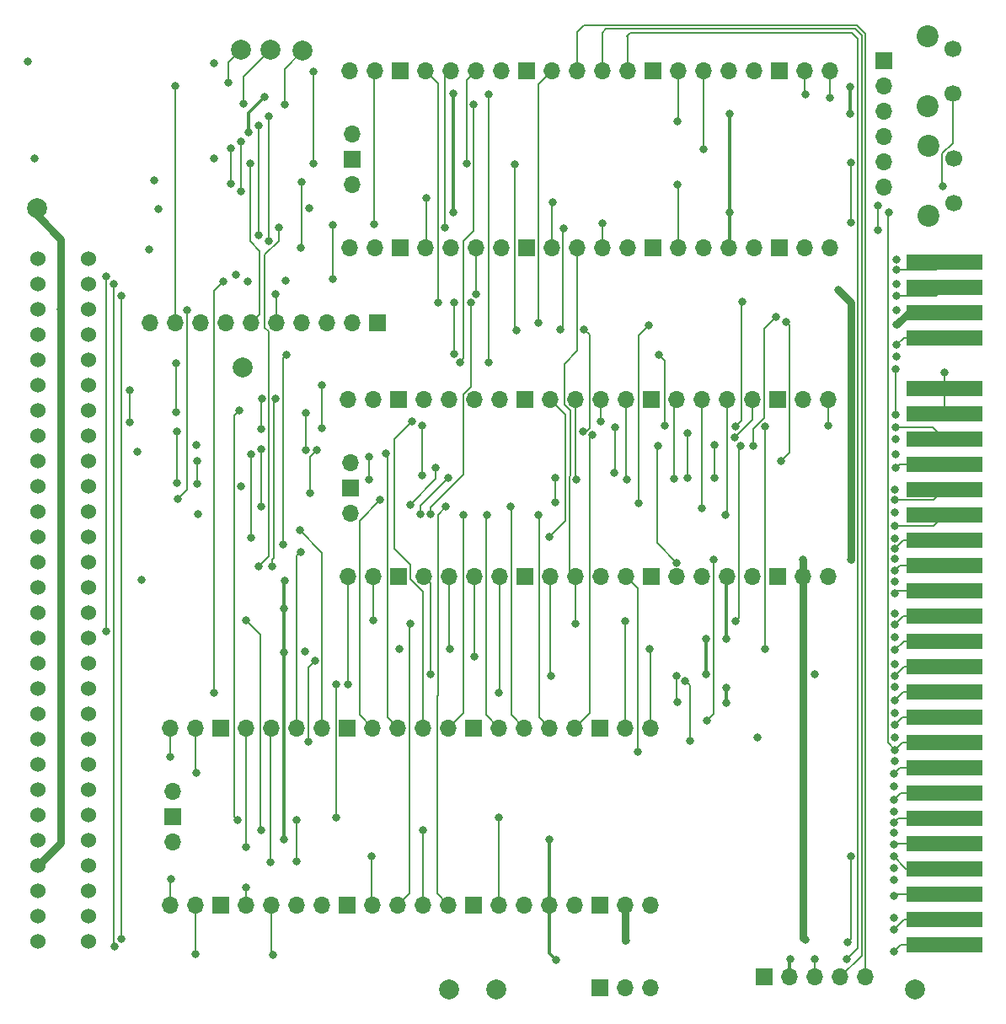
<source format=gbl>
G04 #@! TF.GenerationSoftware,KiCad,Pcbnew,6.0.11-2627ca5db0~126~ubuntu22.04.1*
G04 #@! TF.CreationDate,2023-06-25T15:32:06+01:00*
G04 #@! TF.ProjectId,srom,73726f6d-2e6b-4696-9361-645f70636258,v1.3 to v1.4*
G04 #@! TF.SameCoordinates,Original*
G04 #@! TF.FileFunction,Copper,L4,Bot*
G04 #@! TF.FilePolarity,Positive*
%FSLAX46Y46*%
G04 Gerber Fmt 4.6, Leading zero omitted, Abs format (unit mm)*
G04 Created by KiCad (PCBNEW 6.0.11-2627ca5db0~126~ubuntu22.04.1) date 2023-06-25 15:32:06*
%MOMM*%
%LPD*%
G01*
G04 APERTURE LIST*
G04 #@! TA.AperFunction,ComponentPad*
%ADD10C,2.200000*%
G04 #@! TD*
G04 #@! TA.AperFunction,ComponentPad*
%ADD11C,1.700000*%
G04 #@! TD*
G04 #@! TA.AperFunction,ComponentPad*
%ADD12C,2.000000*%
G04 #@! TD*
G04 #@! TA.AperFunction,SMDPad,CuDef*
%ADD13R,7.620000X1.524000*%
G04 #@! TD*
G04 #@! TA.AperFunction,ComponentPad*
%ADD14O,1.700000X1.700000*%
G04 #@! TD*
G04 #@! TA.AperFunction,ComponentPad*
%ADD15R,1.700000X1.700000*%
G04 #@! TD*
G04 #@! TA.AperFunction,ComponentPad*
%ADD16C,1.524000*%
G04 #@! TD*
G04 #@! TA.AperFunction,ViaPad*
%ADD17C,0.800000*%
G04 #@! TD*
G04 #@! TA.AperFunction,Conductor*
%ADD18C,0.200000*%
G04 #@! TD*
G04 #@! TA.AperFunction,Conductor*
%ADD19C,0.750000*%
G04 #@! TD*
G04 #@! TA.AperFunction,Conductor*
%ADD20C,0.300000*%
G04 #@! TD*
G04 APERTURE END LIST*
D10*
X139875000Y-83490000D03*
X139875000Y-90490000D03*
D11*
X142375000Y-84740000D03*
X142375000Y-89240000D03*
D12*
X138450000Y-168240000D03*
D10*
X139775000Y-72490000D03*
X139775000Y-79490000D03*
D11*
X142275000Y-73740000D03*
X142275000Y-78240000D03*
D12*
X76950000Y-73940000D03*
D13*
X141450000Y-95120000D03*
X141450000Y-97660000D03*
X141450000Y-100200000D03*
X141450000Y-102740000D03*
X141450000Y-107820000D03*
X141450000Y-110360000D03*
X141450000Y-112900000D03*
X141450000Y-115440000D03*
X141450000Y-117980000D03*
X141450000Y-120520000D03*
X141450000Y-123060000D03*
X141450000Y-125600000D03*
X141450000Y-128140000D03*
X141450000Y-130680000D03*
X141450000Y-133220000D03*
X141450000Y-135760000D03*
X141450000Y-138300000D03*
X141450000Y-140840000D03*
X141450000Y-143380000D03*
X141450000Y-145920000D03*
X141450000Y-148460000D03*
X141450000Y-151000000D03*
X141450000Y-153540000D03*
X141450000Y-156080000D03*
X141450000Y-158620000D03*
X141450000Y-161160000D03*
X141450000Y-163700000D03*
D12*
X50250000Y-89740000D03*
D14*
X129925000Y-75950000D03*
X127385000Y-75950000D03*
D15*
X124845000Y-75950000D03*
D14*
X122305000Y-75950000D03*
X119765000Y-75950000D03*
X117225000Y-75950000D03*
X114685000Y-75950000D03*
D15*
X112145000Y-75950000D03*
D14*
X109605000Y-75950000D03*
X107065000Y-75950000D03*
X104525000Y-75950000D03*
X101985000Y-75950000D03*
D15*
X99445000Y-75950000D03*
D14*
X96905000Y-75950000D03*
X94365000Y-75950000D03*
X91825000Y-75950000D03*
X89285000Y-75950000D03*
D15*
X86745000Y-75950000D03*
D14*
X84205000Y-75950000D03*
X81665000Y-75950000D03*
X81665000Y-93730000D03*
X84205000Y-93730000D03*
D15*
X86745000Y-93730000D03*
D14*
X89285000Y-93730000D03*
X91825000Y-93730000D03*
X94365000Y-93730000D03*
X96905000Y-93730000D03*
D15*
X99445000Y-93730000D03*
D14*
X101985000Y-93730000D03*
X104525000Y-93730000D03*
X107065000Y-93730000D03*
X109605000Y-93730000D03*
D15*
X112145000Y-93730000D03*
D14*
X114685000Y-93730000D03*
X117225000Y-93730000D03*
X119765000Y-93730000D03*
X122305000Y-93730000D03*
D15*
X124845000Y-93730000D03*
D14*
X127385000Y-93730000D03*
X129925000Y-93730000D03*
X81895000Y-82300000D03*
D15*
X81895000Y-84840000D03*
D14*
X81895000Y-87380000D03*
D12*
X96450000Y-168240000D03*
X91650000Y-168240000D03*
X70950000Y-105740000D03*
D15*
X123375000Y-166940000D03*
D14*
X125915000Y-166940000D03*
X128455000Y-166940000D03*
X130995000Y-166940000D03*
X133535000Y-166940000D03*
D15*
X84475000Y-101240000D03*
D14*
X81935000Y-101240000D03*
X79395000Y-101240000D03*
X76855000Y-101240000D03*
X74315000Y-101240000D03*
X71775000Y-101240000D03*
X69235000Y-101240000D03*
X66695000Y-101240000D03*
X64155000Y-101240000D03*
X61615000Y-101240000D03*
D12*
X70750000Y-73840000D03*
D14*
X129780000Y-108950000D03*
X127240000Y-108950000D03*
D15*
X124700000Y-108950000D03*
D14*
X122160000Y-108950000D03*
X119620000Y-108950000D03*
X117080000Y-108950000D03*
X114540000Y-108950000D03*
D15*
X112000000Y-108950000D03*
D14*
X109460000Y-108950000D03*
X106920000Y-108950000D03*
X104380000Y-108950000D03*
X101840000Y-108950000D03*
D15*
X99300000Y-108950000D03*
D14*
X96760000Y-108950000D03*
X94220000Y-108950000D03*
X91680000Y-108950000D03*
X89140000Y-108950000D03*
D15*
X86600000Y-108950000D03*
D14*
X84060000Y-108950000D03*
X81520000Y-108950000D03*
X81520000Y-126730000D03*
X84060000Y-126730000D03*
D15*
X86600000Y-126730000D03*
D14*
X89140000Y-126730000D03*
X91680000Y-126730000D03*
X94220000Y-126730000D03*
X96760000Y-126730000D03*
D15*
X99300000Y-126730000D03*
D14*
X101840000Y-126730000D03*
X104380000Y-126730000D03*
X106920000Y-126730000D03*
X109460000Y-126730000D03*
D15*
X112000000Y-126730000D03*
D14*
X114540000Y-126730000D03*
X117080000Y-126730000D03*
X119620000Y-126730000D03*
X122160000Y-126730000D03*
D15*
X124700000Y-126730000D03*
D14*
X127240000Y-126730000D03*
X129780000Y-126730000D03*
X81750000Y-115300000D03*
D15*
X81750000Y-117840000D03*
D14*
X81750000Y-120380000D03*
D15*
X106825000Y-168040000D03*
D14*
X109365000Y-168040000D03*
X111905000Y-168040000D03*
D15*
X135350000Y-74940000D03*
D14*
X135350000Y-77480000D03*
X135350000Y-80020000D03*
X135350000Y-82560000D03*
X135350000Y-85100000D03*
X135350000Y-87640000D03*
D12*
X73750000Y-73840000D03*
D16*
X50390000Y-105000000D03*
X55390000Y-105000000D03*
X55390000Y-94840000D03*
X55390000Y-97380000D03*
X55390000Y-99920000D03*
X55390000Y-102460000D03*
X55390000Y-107540000D03*
X55390000Y-110080000D03*
X55390000Y-112620000D03*
X55390000Y-115160000D03*
X55390000Y-117700000D03*
X55390000Y-120240000D03*
X55390000Y-122780000D03*
X55390000Y-125320000D03*
X55390000Y-127860000D03*
X55390000Y-130400000D03*
X55390000Y-132940000D03*
X55390000Y-135480000D03*
X55390000Y-138020000D03*
X55390000Y-140560000D03*
X55390000Y-143100000D03*
X55390000Y-145640000D03*
X55390000Y-148180000D03*
X55390000Y-150720000D03*
X55390000Y-153260000D03*
X55390000Y-155800000D03*
X55390000Y-158340000D03*
X55390000Y-160880000D03*
X55390000Y-163420000D03*
X50390000Y-94840000D03*
X50390000Y-97380000D03*
X50390000Y-99920000D03*
X50390000Y-102460000D03*
X50390000Y-107540000D03*
X50390000Y-110080000D03*
X50390000Y-112620000D03*
X50390000Y-115160000D03*
X50390000Y-117700000D03*
X50390000Y-120240000D03*
X50390000Y-122780000D03*
X50390000Y-125320000D03*
X50390000Y-127860000D03*
X50390000Y-130400000D03*
X50390000Y-132940000D03*
X50390000Y-135480000D03*
X50390000Y-138020000D03*
X50390000Y-140560000D03*
X50390000Y-143100000D03*
X50390000Y-145640000D03*
X50390000Y-148180000D03*
X50390000Y-150720000D03*
X50390000Y-153260000D03*
X50390000Y-155800000D03*
X50390000Y-158340000D03*
X50390000Y-160880000D03*
X50390000Y-163420000D03*
D14*
X111925000Y-141950000D03*
X109385000Y-141950000D03*
D15*
X106845000Y-141950000D03*
D14*
X104305000Y-141950000D03*
X101765000Y-141950000D03*
X99225000Y-141950000D03*
X96685000Y-141950000D03*
D15*
X94145000Y-141950000D03*
D14*
X91605000Y-141950000D03*
X89065000Y-141950000D03*
X86525000Y-141950000D03*
X83985000Y-141950000D03*
D15*
X81445000Y-141950000D03*
D14*
X78905000Y-141950000D03*
X76365000Y-141950000D03*
X73825000Y-141950000D03*
X71285000Y-141950000D03*
D15*
X68745000Y-141950000D03*
D14*
X66205000Y-141950000D03*
X63665000Y-141950000D03*
X63665000Y-159730000D03*
X66205000Y-159730000D03*
D15*
X68745000Y-159730000D03*
D14*
X71285000Y-159730000D03*
X73825000Y-159730000D03*
X76365000Y-159730000D03*
X78905000Y-159730000D03*
D15*
X81445000Y-159730000D03*
D14*
X83985000Y-159730000D03*
X86525000Y-159730000D03*
X89065000Y-159730000D03*
X91605000Y-159730000D03*
D15*
X94145000Y-159730000D03*
D14*
X96685000Y-159730000D03*
X99225000Y-159730000D03*
X101765000Y-159730000D03*
X104305000Y-159730000D03*
D15*
X106845000Y-159730000D03*
D14*
X109385000Y-159730000D03*
X111925000Y-159730000D03*
X63895000Y-148300000D03*
D15*
X63895000Y-150840000D03*
D14*
X63895000Y-153380000D03*
D17*
X50050000Y-84740000D03*
X86650000Y-134040000D03*
X62050000Y-86940000D03*
X122650000Y-142940000D03*
X61550000Y-93840000D03*
X68050000Y-75140000D03*
X49350000Y-75040000D03*
X60350000Y-114240000D03*
X77650000Y-89740000D03*
X77150000Y-134240000D03*
X136447569Y-128440000D03*
X68050000Y-84740000D03*
X66450000Y-120440000D03*
X62450000Y-89840000D03*
X60750000Y-127040000D03*
X128450000Y-136579500D03*
X141450000Y-106240000D03*
X75250000Y-97040000D03*
X52670000Y-99920000D03*
X52650000Y-92840000D03*
X136650000Y-101440000D03*
X132035500Y-125040000D03*
X109450000Y-163340000D03*
X127250000Y-125040000D03*
X127450000Y-163240000D03*
X130750000Y-97940000D03*
X85350000Y-114339500D03*
X136550000Y-115840000D03*
X136450000Y-119040000D03*
X84750000Y-119040000D03*
X136450000Y-121640000D03*
X76650000Y-122080500D03*
X76732000Y-124258000D03*
X136448069Y-123939501D03*
X101750000Y-122740000D03*
X73750000Y-155440000D03*
X136350000Y-153640000D03*
X71250000Y-153940000D03*
X136350000Y-151440000D03*
X66250000Y-146440000D03*
X136350000Y-149140000D03*
X63650000Y-144840000D03*
X136350000Y-146540000D03*
X136350000Y-157240000D03*
X63750000Y-157140000D03*
X136350000Y-162240000D03*
X66150000Y-164639500D03*
X136350000Y-161040000D03*
X71250000Y-157940000D03*
X136350000Y-164440000D03*
X73950000Y-164740000D03*
X58750000Y-98540000D03*
X58750000Y-163140000D03*
X136650000Y-98540000D03*
X58010000Y-97380000D03*
X58050000Y-163940000D03*
X136650000Y-97340000D03*
X64250000Y-105340000D03*
X136650000Y-104640000D03*
X64250000Y-110229500D03*
X59550000Y-111240000D03*
X59550000Y-108040000D03*
X136550000Y-110440000D03*
X136550000Y-105940000D03*
X136550000Y-112940000D03*
X66250000Y-113540000D03*
X72750000Y-119739500D03*
X136450000Y-120340000D03*
X72750000Y-113940000D03*
X71750000Y-114440500D03*
X71750000Y-122840000D03*
X136450000Y-122940000D03*
X136450000Y-118040000D03*
X70790000Y-117700000D03*
X66350000Y-117440000D03*
X136550000Y-114440000D03*
X66350000Y-115140000D03*
X136650000Y-99940000D03*
X64395850Y-118941897D03*
X65350000Y-99940000D03*
X87950000Y-111170500D03*
X106950000Y-111139500D03*
X93150000Y-120540500D03*
X109550000Y-117000500D03*
X95450000Y-120540500D03*
X114250000Y-116940000D03*
X117050000Y-119840000D03*
X97850000Y-119739500D03*
X119450000Y-120540000D03*
X100650000Y-120539500D03*
X120388896Y-112748451D03*
X106050000Y-112540500D03*
X120450000Y-131240000D03*
X120984053Y-113640500D03*
X109350000Y-131240000D03*
X123450000Y-111640000D03*
X111850000Y-134039500D03*
X123450000Y-134040000D03*
X129750000Y-111540000D03*
X74550000Y-91640500D03*
X72495000Y-125757500D03*
X136650000Y-95939503D03*
X71450000Y-97140500D03*
X70250000Y-96440000D03*
X136650000Y-94940000D03*
X136350000Y-152440000D03*
X83850000Y-154840000D03*
X78850000Y-107540000D03*
X112650000Y-113640500D03*
X114550000Y-125340000D03*
X78850000Y-111840000D03*
X96650000Y-138440000D03*
X68050000Y-138440000D03*
X136450000Y-137840000D03*
X68950000Y-97140000D03*
X57250000Y-96601500D03*
X57250000Y-132240000D03*
X136450000Y-132840000D03*
X100650000Y-101240000D03*
X77550000Y-143340000D03*
X78205500Y-135180500D03*
X135850000Y-90140000D03*
X136450000Y-144140000D03*
X80350000Y-137540000D03*
X96650000Y-150940000D03*
X80350000Y-150940000D03*
X131650000Y-165140000D03*
X128450000Y-165139500D03*
X114650000Y-81040000D03*
X117250000Y-83840000D03*
X124550000Y-100619500D03*
X122206849Y-113640500D03*
X83650000Y-117000500D03*
X125550000Y-101140000D03*
X124996340Y-115139500D03*
X83650000Y-114739500D03*
X121150000Y-99140000D03*
X77250000Y-114039500D03*
X118350000Y-113540000D03*
X77250000Y-110340000D03*
X118350000Y-116839500D03*
X115650000Y-116840000D03*
X115650000Y-112340000D03*
X120450000Y-111640000D03*
X112750000Y-104440000D03*
X90350000Y-115840000D03*
X108350000Y-111740000D03*
X108240653Y-116330653D03*
X77669633Y-118391934D03*
X78350000Y-114040000D03*
X87750000Y-119540000D03*
X113350000Y-111540000D03*
X102350000Y-119240000D03*
X110750000Y-119340000D03*
X111750000Y-101540000D03*
X88750000Y-120440000D03*
X102350000Y-116840000D03*
X91550000Y-116840500D03*
X105096876Y-112140878D03*
X105250000Y-101940000D03*
X88950000Y-111558000D03*
X88950000Y-116540000D03*
X93849500Y-99220500D03*
X89834364Y-120486072D03*
X92150000Y-104339500D03*
X75350000Y-104440000D03*
X92150000Y-99220500D03*
X74950000Y-123479500D03*
X71250000Y-131140000D03*
X72750000Y-152240000D03*
X89050000Y-152240000D03*
X84050000Y-131140000D03*
X104450000Y-117000500D03*
X91350000Y-119739500D03*
X93450000Y-85240000D03*
X98450000Y-102040000D03*
X98250000Y-85340000D03*
X136450000Y-135540000D03*
X94250000Y-134740000D03*
X136450000Y-140440000D03*
X114550000Y-136740000D03*
X114650000Y-139340000D03*
X101950000Y-136740000D03*
X102850000Y-101940000D03*
X91250000Y-91640000D03*
X103150000Y-91740000D03*
X90550000Y-99220500D03*
X79950000Y-96840000D03*
X74250000Y-98340000D03*
X79950000Y-91440000D03*
X84150000Y-91340000D03*
X78050000Y-76040000D03*
X78050000Y-85240000D03*
X71650000Y-85240000D03*
X94350000Y-98339500D03*
X115410474Y-137251889D03*
X115850000Y-143240000D03*
X81550000Y-137540000D03*
X89830500Y-136579500D03*
X91750000Y-134039500D03*
X117550000Y-141239500D03*
X118250000Y-125040000D03*
X110650000Y-144340000D03*
X136450000Y-145240000D03*
X107050000Y-91240000D03*
X132035500Y-91140000D03*
X132035500Y-85140000D03*
X102050000Y-89140000D03*
X136350000Y-154840000D03*
X131750000Y-163440000D03*
X76350000Y-155340000D03*
X76350000Y-151240000D03*
X70450000Y-151240000D03*
X132035500Y-154840000D03*
X70550000Y-110040000D03*
X134750000Y-91940000D03*
X104350000Y-131440000D03*
X141250000Y-87540000D03*
X87750000Y-131440000D03*
X134750000Y-89440000D03*
X74249500Y-108840000D03*
X125950000Y-165140000D03*
X102450000Y-165240000D03*
X73850000Y-125757500D03*
X64350000Y-112140000D03*
X72850000Y-108840000D03*
X75050000Y-153140000D03*
X75150000Y-127140000D03*
X72750000Y-111940000D03*
X64350000Y-117340000D03*
X75050000Y-129940000D03*
X101750000Y-153140000D03*
X75050000Y-134340000D03*
X117450000Y-136579500D03*
X119550000Y-137940000D03*
X119524244Y-139405500D03*
X119550000Y-133040000D03*
X117450000Y-133040000D03*
X71550000Y-82140000D03*
X73150000Y-78540500D03*
X92050000Y-90140000D03*
X131950000Y-80240000D03*
X92050000Y-78240000D03*
X119850000Y-80240000D03*
X119850000Y-90140000D03*
X131950000Y-77540000D03*
X76850000Y-87140000D03*
X69750000Y-83740000D03*
X76750000Y-93740000D03*
X69750000Y-87240000D03*
X73550000Y-80540000D03*
X73555378Y-93045378D03*
X70750000Y-88040000D03*
X70750000Y-83040000D03*
X89350000Y-88740000D03*
X72550000Y-81440000D03*
X72550000Y-92440000D03*
X127450000Y-78340000D03*
X95650000Y-105239500D03*
X95650000Y-78340000D03*
X71050500Y-79240000D03*
X94150000Y-79340000D03*
X92750000Y-105239500D03*
X75150000Y-79340000D03*
X129950000Y-78640000D03*
X69490000Y-77100000D03*
X64150000Y-77440000D03*
X114650000Y-87340000D03*
X136450000Y-124940000D03*
X136450000Y-127240000D03*
X136450000Y-130440000D03*
X136450000Y-142940000D03*
X136350000Y-147840000D03*
X136350000Y-150340000D03*
X136350000Y-156040000D03*
X136650000Y-103440000D03*
X136550000Y-111740000D03*
X136450000Y-126140000D03*
X136450000Y-131540000D03*
X136450000Y-134140000D03*
X136450000Y-136740000D03*
X136450000Y-139140000D03*
X136450000Y-141640000D03*
X136350000Y-158840000D03*
D18*
X141450000Y-110360000D02*
X141450000Y-107820000D01*
X141450000Y-128140000D02*
X136747569Y-128140000D01*
X136747569Y-128140000D02*
X136447569Y-128440000D01*
X141450000Y-107820000D02*
X141450000Y-106240000D01*
D19*
X50390000Y-155800000D02*
X52670000Y-153520000D01*
X50250000Y-90440000D02*
X50250000Y-89740000D01*
X52670000Y-99920000D02*
X52670000Y-92860000D01*
X137890000Y-100200000D02*
X141450000Y-100200000D01*
X52650000Y-92840000D02*
X50250000Y-90440000D01*
D18*
X52670000Y-92860000D02*
X52650000Y-92840000D01*
D19*
X136650000Y-101440000D02*
X137890000Y-100200000D01*
X52670000Y-153520000D02*
X52670000Y-99920000D01*
X127240000Y-163030000D02*
X127240000Y-126730000D01*
D18*
X109385000Y-163275000D02*
X109450000Y-163340000D01*
D19*
X127240000Y-126730000D02*
X127240000Y-125050000D01*
D20*
X127450000Y-163240000D02*
X127240000Y-163030000D01*
D18*
X127240000Y-125050000D02*
X127250000Y-125040000D01*
D19*
X132035500Y-125040000D02*
X132035500Y-99225500D01*
X109385000Y-159730000D02*
X109385000Y-163275000D01*
X132035500Y-99225500D02*
X130750000Y-97940000D01*
D18*
X136950000Y-115440000D02*
X141450000Y-115440000D01*
X85350000Y-114339500D02*
X85450000Y-114439500D01*
X136550000Y-115840000D02*
X136950000Y-115440000D01*
X85450000Y-140875000D02*
X86525000Y-141950000D01*
X85450000Y-114439500D02*
X85450000Y-140875000D01*
X83985000Y-141950000D02*
X82670000Y-140635000D01*
X136450000Y-119040000D02*
X140390000Y-119040000D01*
X82670000Y-121120000D02*
X84750000Y-119040000D01*
X140390000Y-119040000D02*
X141450000Y-117980000D01*
X82670000Y-140635000D02*
X82670000Y-121120000D01*
X76650000Y-122080500D02*
X78905000Y-124335500D01*
X140330000Y-121640000D02*
X141450000Y-120520000D01*
X78905000Y-124335500D02*
X78905000Y-141950000D01*
X136450000Y-121640000D02*
X140330000Y-121640000D01*
X103350000Y-110460000D02*
X101840000Y-108950000D01*
X103350000Y-121140000D02*
X103350000Y-110460000D01*
X136448069Y-123939501D02*
X137327570Y-123060000D01*
X76365000Y-141950000D02*
X76365000Y-124625000D01*
X137327570Y-123060000D02*
X141450000Y-123060000D01*
X76365000Y-124625000D02*
X76732000Y-124258000D01*
X101750000Y-122740000D02*
X103350000Y-121140000D01*
X136350000Y-153640000D02*
X136450000Y-153540000D01*
X136450000Y-153540000D02*
X141450000Y-153540000D01*
X73750000Y-155440000D02*
X73750000Y-142025000D01*
X71285000Y-141950000D02*
X71285000Y-153905000D01*
X71285000Y-153905000D02*
X71250000Y-153940000D01*
X136350000Y-151440000D02*
X136790000Y-151000000D01*
X136790000Y-151000000D02*
X141450000Y-151000000D01*
X137030000Y-148460000D02*
X141450000Y-148460000D01*
X66205000Y-146395000D02*
X66205000Y-141950000D01*
X136350000Y-149140000D02*
X137030000Y-148460000D01*
X66250000Y-146440000D02*
X66205000Y-146395000D01*
X63665000Y-141950000D02*
X63665000Y-144825000D01*
X136350000Y-146540000D02*
X136970000Y-145920000D01*
X136970000Y-145920000D02*
X141450000Y-145920000D01*
X63665000Y-144825000D02*
X63650000Y-144840000D01*
X63665000Y-157225000D02*
X63750000Y-157140000D01*
X63665000Y-159730000D02*
X63665000Y-157225000D01*
X136350000Y-162240000D02*
X137430000Y-161160000D01*
X66150000Y-164639500D02*
X66205000Y-164584500D01*
X137430000Y-161160000D02*
X141450000Y-161160000D01*
X66205000Y-164584500D02*
X66205000Y-159730000D01*
X71285000Y-159730000D02*
X71285000Y-157975000D01*
X71285000Y-157975000D02*
X71250000Y-157940000D01*
X73825000Y-164615000D02*
X73825000Y-159730000D01*
X136350000Y-164440000D02*
X137090000Y-163700000D01*
X73950000Y-164740000D02*
X73825000Y-164615000D01*
X137090000Y-163700000D02*
X141450000Y-163700000D01*
X136650000Y-98540000D02*
X140570000Y-98540000D01*
X140570000Y-98540000D02*
X141450000Y-97660000D01*
X58750000Y-98540000D02*
X58750000Y-163140000D01*
X58010000Y-163900000D02*
X58050000Y-163940000D01*
X58010000Y-97380000D02*
X58010000Y-163900000D01*
X64250000Y-110229500D02*
X64250000Y-105340000D01*
X136550000Y-105940000D02*
X136550000Y-110440000D01*
X59550000Y-111240000D02*
X59550000Y-108040000D01*
X72750000Y-113940000D02*
X72750000Y-119739500D01*
X71750000Y-114440500D02*
X71750000Y-122840000D01*
X66350000Y-115140000D02*
X66350000Y-117440000D01*
X65305000Y-99985000D02*
X65350000Y-99940000D01*
X65305000Y-118032747D02*
X65305000Y-99985000D01*
X64395850Y-118941897D02*
X65305000Y-118032747D01*
X87750000Y-125580000D02*
X87750000Y-126966346D01*
X106920000Y-108950000D02*
X106920000Y-111109500D01*
X87950000Y-111170500D02*
X86150000Y-112970500D01*
X89065000Y-128281346D02*
X89065000Y-141950000D01*
X86150000Y-112970500D02*
X86150000Y-123980000D01*
X87750000Y-126966346D02*
X89065000Y-128281346D01*
X86150000Y-123980000D02*
X87750000Y-125580000D01*
X106920000Y-111109500D02*
X106950000Y-111139500D01*
X93150000Y-120540500D02*
X93070000Y-120620500D01*
X93070000Y-140485000D02*
X91605000Y-141950000D01*
X109460000Y-116910500D02*
X109460000Y-108950000D01*
X93070000Y-120620500D02*
X93070000Y-140485000D01*
X109550000Y-117000500D02*
X109460000Y-116910500D01*
X95370000Y-120620500D02*
X95370000Y-140635000D01*
X114250000Y-116940000D02*
X114250000Y-109240000D01*
X95450000Y-120540500D02*
X95370000Y-120620500D01*
X95370000Y-140635000D02*
X96685000Y-141950000D01*
X117080000Y-119810000D02*
X117080000Y-108950000D01*
X117050000Y-119840000D02*
X117080000Y-119810000D01*
X99225000Y-141950000D02*
X97910000Y-140635000D01*
X97910000Y-119799500D02*
X97850000Y-119739500D01*
X97910000Y-140635000D02*
X97910000Y-119799500D01*
X101765000Y-141950000D02*
X100690000Y-140875000D01*
X100690000Y-120579500D02*
X100650000Y-120539500D01*
X119620000Y-120370000D02*
X119620000Y-108950000D01*
X100690000Y-140875000D02*
X100690000Y-120579500D01*
X119450000Y-120540000D02*
X119620000Y-120370000D01*
X122160000Y-108950000D02*
X122160000Y-110977347D01*
X122160000Y-110977347D02*
X120388896Y-112748451D01*
X105770000Y-140485000D02*
X104305000Y-141950000D01*
X106050000Y-112540500D02*
X105770000Y-112820500D01*
X105770000Y-112820500D02*
X105770000Y-140485000D01*
X109385000Y-141950000D02*
X109385000Y-131275000D01*
X109385000Y-131275000D02*
X109350000Y-131240000D01*
X120984053Y-113640500D02*
X120770000Y-113854553D01*
X120770000Y-130920000D02*
X120450000Y-131240000D01*
X120770000Y-113854553D02*
X120770000Y-130920000D01*
X111925000Y-134114500D02*
X111850000Y-134039500D01*
X111925000Y-141950000D02*
X111925000Y-134114500D01*
X129750000Y-111540000D02*
X129780000Y-111510000D01*
X123450000Y-134040000D02*
X123450000Y-111640000D01*
X129780000Y-111510000D02*
X129780000Y-108950000D01*
X73550000Y-124702500D02*
X73550000Y-102101346D01*
X73165000Y-94425000D02*
X74550000Y-93040000D01*
X72495000Y-125757500D02*
X73550000Y-124702500D01*
X73165000Y-101716346D02*
X73165000Y-94425000D01*
X74550000Y-93040000D02*
X74550000Y-91640500D01*
X73550000Y-102101346D02*
X73165000Y-101716346D01*
X140630497Y-95939503D02*
X141450000Y-95120000D01*
X136650000Y-95939503D02*
X140630497Y-95939503D01*
X83850000Y-154840000D02*
X83850000Y-159595000D01*
X112550000Y-123340000D02*
X114550000Y-125340000D01*
X112550000Y-113740500D02*
X112550000Y-123340000D01*
X112650000Y-113640500D02*
X112550000Y-113740500D01*
X78850000Y-111840000D02*
X78850000Y-107540000D01*
X68085000Y-98005000D02*
X68085000Y-138405000D01*
X68085000Y-138405000D02*
X68050000Y-138440000D01*
X96760000Y-138330000D02*
X96760000Y-126730000D01*
X96650000Y-138440000D02*
X96760000Y-138330000D01*
X68950000Y-97140000D02*
X68085000Y-98005000D01*
X57250000Y-132240000D02*
X57250000Y-96601500D01*
X100650000Y-77285000D02*
X101985000Y-75950000D01*
X100650000Y-101240000D02*
X100650000Y-77285000D01*
X135748069Y-90241931D02*
X135748069Y-143438069D01*
X135850000Y-90140000D02*
X135748069Y-90241931D01*
X77550000Y-143340000D02*
X77550000Y-135836000D01*
X137210000Y-143380000D02*
X141450000Y-143380000D01*
X77550000Y-135836000D02*
X78205500Y-135180500D01*
X136450000Y-144140000D02*
X137210000Y-143380000D01*
X135748069Y-143438069D02*
X136450000Y-144140000D01*
X80350000Y-137540000D02*
X80295000Y-137595000D01*
X80295000Y-137595000D02*
X80295000Y-150885000D01*
X80295000Y-150885000D02*
X80350000Y-150940000D01*
X96650000Y-150940000D02*
X96685000Y-150975000D01*
X96685000Y-150975000D02*
X96685000Y-159730000D01*
X109850000Y-72140000D02*
X109550000Y-72440000D01*
X132735000Y-164055000D02*
X132735000Y-72725000D01*
X132150000Y-72140000D02*
X109850000Y-72140000D01*
X109550000Y-72440000D02*
X109605000Y-72495000D01*
X128455000Y-165144500D02*
X128450000Y-165139500D01*
X128455000Y-166940000D02*
X128455000Y-165144500D01*
X132735000Y-72725000D02*
X132150000Y-72140000D01*
X131650000Y-165140000D02*
X132735000Y-164055000D01*
X109605000Y-72495000D02*
X109605000Y-75950000D01*
X114650000Y-81040000D02*
X114685000Y-81005000D01*
X114685000Y-81005000D02*
X114685000Y-75950000D01*
X117225000Y-83815000D02*
X117225000Y-75950000D01*
X117250000Y-83840000D02*
X117225000Y-83815000D01*
X122206849Y-113640500D02*
X122206849Y-111893201D01*
X123310000Y-110790050D02*
X123310000Y-101859500D01*
X122206849Y-111893201D02*
X123310000Y-110790050D01*
X123310000Y-101859500D02*
X124550000Y-100619500D01*
X125850000Y-101440000D02*
X125850000Y-114285840D01*
X125550000Y-101140000D02*
X125850000Y-101440000D01*
X83650000Y-117000500D02*
X83650000Y-114739500D01*
X125850000Y-114285840D02*
X124996340Y-115139500D01*
X121010000Y-99280000D02*
X121010000Y-111080000D01*
X77250000Y-110340000D02*
X77250000Y-114039500D01*
X115650000Y-116840000D02*
X115650000Y-112340000D01*
X121150000Y-99140000D02*
X121010000Y-99280000D01*
X118350000Y-113540000D02*
X118350000Y-116839500D01*
X121010000Y-111080000D02*
X120450000Y-111640000D01*
X113350000Y-105040000D02*
X113350000Y-111540000D01*
X77669633Y-118391934D02*
X77669633Y-114720367D01*
X90350000Y-116940000D02*
X87750000Y-119540000D01*
X90350000Y-115840000D02*
X90350000Y-116940000D01*
X112750000Y-104440000D02*
X113350000Y-105040000D01*
X77669633Y-114720367D02*
X78350000Y-114040000D01*
X108350000Y-116221306D02*
X108240653Y-116330653D01*
X108350000Y-111740000D02*
X108350000Y-116221306D01*
X110750000Y-102540000D02*
X110750000Y-119340000D01*
X102350000Y-119240000D02*
X102350000Y-116840000D01*
X91550000Y-116840500D02*
X88750000Y-119640500D01*
X111750000Y-101540000D02*
X110750000Y-102540000D01*
X88750000Y-119640500D02*
X88750000Y-120440000D01*
X105459672Y-112140878D02*
X105096876Y-112140878D01*
X105250000Y-101940000D02*
X105770000Y-102460000D01*
X105770000Y-111830550D02*
X105459672Y-112140878D01*
X105770000Y-102460000D02*
X105770000Y-111830550D01*
X88950000Y-111558000D02*
X88950000Y-116540000D01*
X89834364Y-120486072D02*
X89834364Y-119755136D01*
X89834364Y-119755136D02*
X93070000Y-116519500D01*
X93849500Y-107694154D02*
X93849500Y-99220500D01*
X93070000Y-108473654D02*
X93849500Y-107694154D01*
X93070000Y-116519500D02*
X93070000Y-108473654D01*
X75350000Y-104440000D02*
X74949500Y-104840500D01*
X74949500Y-104840500D02*
X74949500Y-123479000D01*
X92150000Y-99220500D02*
X92150000Y-104339500D01*
X74949500Y-123479000D02*
X74950000Y-123479500D01*
X84050000Y-131140000D02*
X84060000Y-131130000D01*
X89065000Y-152255000D02*
X89050000Y-152240000D01*
X72750000Y-152240000D02*
X72675000Y-152165000D01*
X72675000Y-152165000D02*
X72675000Y-132565000D01*
X72675000Y-132565000D02*
X71250000Y-131140000D01*
X84060000Y-131130000D02*
X84060000Y-126730000D01*
X89065000Y-159730000D02*
X89065000Y-152255000D01*
X90455000Y-158580000D02*
X91605000Y-159730000D01*
X90530000Y-138620000D02*
X90550000Y-138640000D01*
X104380000Y-116930500D02*
X104380000Y-108950000D01*
X90550000Y-138640000D02*
X90455000Y-138735000D01*
X104450000Y-117000500D02*
X104380000Y-116930500D01*
X90530000Y-120559500D02*
X90530000Y-138620000D01*
X91350000Y-119739500D02*
X90530000Y-120559500D01*
X90455000Y-138735000D02*
X90455000Y-158580000D01*
X93450000Y-85240000D02*
X93450000Y-76865000D01*
X98250000Y-101840000D02*
X98250000Y-85340000D01*
X93450000Y-76865000D02*
X94365000Y-75950000D01*
X98450000Y-102040000D02*
X98250000Y-101840000D01*
X94220000Y-134710000D02*
X94220000Y-126730000D01*
X94250000Y-134740000D02*
X94220000Y-134710000D01*
X114650000Y-139440000D02*
X114550000Y-139340000D01*
X114650000Y-139340000D02*
X114650000Y-139440000D01*
X101840000Y-136630000D02*
X101840000Y-126730000D01*
X114550000Y-139340000D02*
X114550000Y-136740000D01*
X101950000Y-136740000D02*
X101840000Y-136630000D01*
X91250000Y-76525000D02*
X91825000Y-75950000D01*
X103135000Y-101655000D02*
X103135000Y-91755000D01*
X103135000Y-91755000D02*
X103150000Y-91740000D01*
X91250000Y-91640000D02*
X91250000Y-76525000D01*
X102850000Y-101940000D02*
X103135000Y-101655000D01*
X90550000Y-77215000D02*
X89285000Y-75950000D01*
X90550000Y-99220500D02*
X90550000Y-77215000D01*
X84150000Y-91340000D02*
X84150000Y-76005000D01*
X74315000Y-101240000D02*
X74315000Y-98405000D01*
X74315000Y-98405000D02*
X74250000Y-98340000D01*
X79950000Y-96840000D02*
X79950000Y-91440000D01*
X72625000Y-100390000D02*
X72625000Y-94015000D01*
X72625000Y-94015000D02*
X71650000Y-93040000D01*
X71775000Y-101240000D02*
X72625000Y-100390000D01*
X78050000Y-85240000D02*
X78050000Y-76040000D01*
X71650000Y-93040000D02*
X71650000Y-85240000D01*
X94350000Y-98339500D02*
X94365000Y-98324500D01*
X94365000Y-98324500D02*
X94365000Y-93730000D01*
X115850000Y-137691415D02*
X115410474Y-137251889D01*
X115850000Y-143240000D02*
X115850000Y-137691415D01*
X81550000Y-137540000D02*
X81550000Y-126760000D01*
X89140000Y-126730000D02*
X89830500Y-127420500D01*
X89830500Y-127420500D02*
X89830500Y-136579500D01*
X91680000Y-126730000D02*
X91680000Y-133969500D01*
X91680000Y-133969500D02*
X91750000Y-134039500D01*
X117550000Y-141239500D02*
X118230000Y-140559500D01*
X118230000Y-140559500D02*
X118230000Y-125060000D01*
X118230000Y-125060000D02*
X118250000Y-125040000D01*
X110650000Y-144340000D02*
X110650000Y-127920000D01*
X110650000Y-127920000D02*
X109460000Y-126730000D01*
X132035500Y-91140000D02*
X132035500Y-85140000D01*
X107065000Y-93730000D02*
X107065000Y-91255000D01*
X107065000Y-91255000D02*
X107050000Y-91240000D01*
X101985000Y-89205000D02*
X101985000Y-93730000D01*
X102050000Y-89140000D02*
X101985000Y-89205000D01*
X70450000Y-151240000D02*
X70050000Y-150840000D01*
X132035500Y-154840000D02*
X132035500Y-163154500D01*
X141450000Y-156080000D02*
X137590000Y-156080000D01*
X132035500Y-163154500D02*
X131750000Y-163440000D01*
X76350000Y-155340000D02*
X76350000Y-151240000D01*
X70050000Y-150840000D02*
X70050000Y-110540000D01*
X137590000Y-156080000D02*
X136350000Y-154840000D01*
X70050000Y-110540000D02*
X70550000Y-110040000D01*
X104525000Y-72065000D02*
X104525000Y-75950000D01*
X105250000Y-71340000D02*
X104525000Y-72065000D01*
X133535000Y-72225000D02*
X132650000Y-71340000D01*
X133535000Y-166940000D02*
X133535000Y-72225000D01*
X132650000Y-71340000D02*
X105250000Y-71340000D01*
X107450000Y-71740000D02*
X107050000Y-72140000D01*
X107050000Y-72140000D02*
X107065000Y-72155000D01*
X133135000Y-164800000D02*
X133135000Y-72390686D01*
X132484314Y-71740000D02*
X107450000Y-71740000D01*
X107065000Y-72155000D02*
X107065000Y-75950000D01*
X130995000Y-166940000D02*
X133135000Y-164800000D01*
X133135000Y-72390686D02*
X132484314Y-71740000D01*
X103230000Y-109426346D02*
X103850000Y-110046346D01*
X104525000Y-104065000D02*
X103230000Y-105360000D01*
X104380000Y-130370000D02*
X104380000Y-126730000D01*
X87675000Y-131515000D02*
X87750000Y-131440000D01*
X142275000Y-83213654D02*
X141225000Y-84263654D01*
X104525000Y-93730000D02*
X104525000Y-104065000D01*
X103230000Y-105360000D02*
X103230000Y-109426346D01*
X86525000Y-159730000D02*
X87675000Y-158580000D01*
X103750000Y-116710550D02*
X103750000Y-126100000D01*
X103750000Y-126100000D02*
X104380000Y-126730000D01*
X141225000Y-84263654D02*
X141225000Y-87515000D01*
X103850000Y-110046346D02*
X103850000Y-116610550D01*
X103850000Y-116610550D02*
X103750000Y-116710550D01*
X87675000Y-158580000D02*
X87675000Y-131515000D01*
X141225000Y-87515000D02*
X141250000Y-87540000D01*
X104350000Y-131440000D02*
X104380000Y-130370000D01*
X142275000Y-78240000D02*
X142275000Y-83213654D01*
X134750000Y-89440000D02*
X134750000Y-91940000D01*
X125915000Y-165175000D02*
X125950000Y-165140000D01*
D20*
X125915000Y-166940000D02*
X125915000Y-165175000D01*
D18*
X72850000Y-108840000D02*
X72750000Y-108940000D01*
D20*
X101765000Y-164555000D02*
X101765000Y-159730000D01*
D18*
X75050000Y-127240000D02*
X75150000Y-127140000D01*
D20*
X102450000Y-165240000D02*
X101765000Y-164555000D01*
D18*
X72750000Y-108940000D02*
X72750000Y-111940000D01*
D20*
X75050000Y-134340000D02*
X75050000Y-153140000D01*
X75050000Y-134340000D02*
X75050000Y-129940000D01*
D18*
X73850000Y-125040000D02*
X74050000Y-124840000D01*
X74050000Y-109039500D02*
X74249500Y-108840000D01*
X64350000Y-112140000D02*
X64350000Y-117340000D01*
D20*
X101750000Y-153140000D02*
X101750000Y-159715000D01*
D18*
X73850000Y-125757500D02*
X73850000Y-125040000D01*
D20*
X75050000Y-129940000D02*
X75050000Y-127240000D01*
D18*
X74050000Y-124840000D02*
X74050000Y-109039500D01*
D20*
X119524244Y-139405500D02*
X119524244Y-137965756D01*
D18*
X119524244Y-137965756D02*
X119550000Y-137940000D01*
D20*
X117450000Y-136579500D02*
X117450000Y-133040000D01*
X119550000Y-133040000D02*
X119550000Y-126800000D01*
X119850000Y-90140000D02*
X119850000Y-80240000D01*
X71550000Y-82140000D02*
X71550000Y-80140500D01*
X92050000Y-78240000D02*
X92050000Y-90140000D01*
X119850000Y-90140000D02*
X119850000Y-93645000D01*
X71550000Y-80140500D02*
X73150000Y-78540500D01*
X131950000Y-80240000D02*
X131950000Y-77540000D01*
D18*
X69750000Y-83740000D02*
X69750000Y-87240000D01*
X76850000Y-93640000D02*
X76750000Y-93740000D01*
X76850000Y-87140000D02*
X76850000Y-93640000D01*
X73550000Y-80540000D02*
X73550000Y-93040000D01*
X73550000Y-93040000D02*
X73555378Y-93045378D01*
X70750000Y-83040000D02*
X70750000Y-88040000D01*
X89350000Y-88740000D02*
X89350000Y-93665000D01*
X72550000Y-81440000D02*
X72550000Y-92440000D01*
X127385000Y-75950000D02*
X127385000Y-78275000D01*
X71050500Y-76550550D02*
X73750000Y-73851050D01*
X95650000Y-78340000D02*
X95650000Y-105239500D01*
X71050500Y-79240000D02*
X71050500Y-76550550D01*
X127385000Y-78275000D02*
X127450000Y-78340000D01*
X94150000Y-92040000D02*
X93150000Y-93040000D01*
X93150000Y-104839500D02*
X92750000Y-105239500D01*
X75150000Y-75740000D02*
X76950000Y-73940000D01*
X129925000Y-78615000D02*
X129925000Y-75950000D01*
X93150000Y-93040000D02*
X93150000Y-104839500D01*
X129950000Y-78640000D02*
X129925000Y-78615000D01*
X75150000Y-79340000D02*
X75150000Y-75740000D01*
X94150000Y-79340000D02*
X94150000Y-92040000D01*
X69490000Y-75100000D02*
X70750000Y-73840000D01*
X69490000Y-77100000D02*
X69490000Y-75100000D01*
X64155000Y-101240000D02*
X64155000Y-77445000D01*
X64155000Y-77445000D02*
X64150000Y-77440000D01*
X114685000Y-87375000D02*
X114650000Y-87340000D01*
X114685000Y-93730000D02*
X114685000Y-87375000D01*
X137350000Y-102740000D02*
X141450000Y-102740000D01*
X136650000Y-103440000D02*
X137350000Y-102740000D01*
X136550000Y-111740000D02*
X140290000Y-111740000D01*
X140290000Y-111740000D02*
X141450000Y-112900000D01*
X136990000Y-125600000D02*
X141450000Y-125600000D01*
X136450000Y-126140000D02*
X136990000Y-125600000D01*
X136450000Y-131540000D02*
X137310000Y-130680000D01*
X137310000Y-130680000D02*
X141450000Y-130680000D01*
X136450000Y-134140000D02*
X137370000Y-133220000D01*
X137370000Y-133220000D02*
X141450000Y-133220000D01*
X137430000Y-135760000D02*
X141450000Y-135760000D01*
X136450000Y-136740000D02*
X137430000Y-135760000D01*
X136450000Y-139140000D02*
X137290000Y-138300000D01*
X137290000Y-138300000D02*
X141450000Y-138300000D01*
X136450000Y-141640000D02*
X137250000Y-140840000D01*
X137250000Y-140840000D02*
X141450000Y-140840000D01*
X136570000Y-158620000D02*
X141450000Y-158620000D01*
X136350000Y-158840000D02*
X136570000Y-158620000D01*
M02*

</source>
